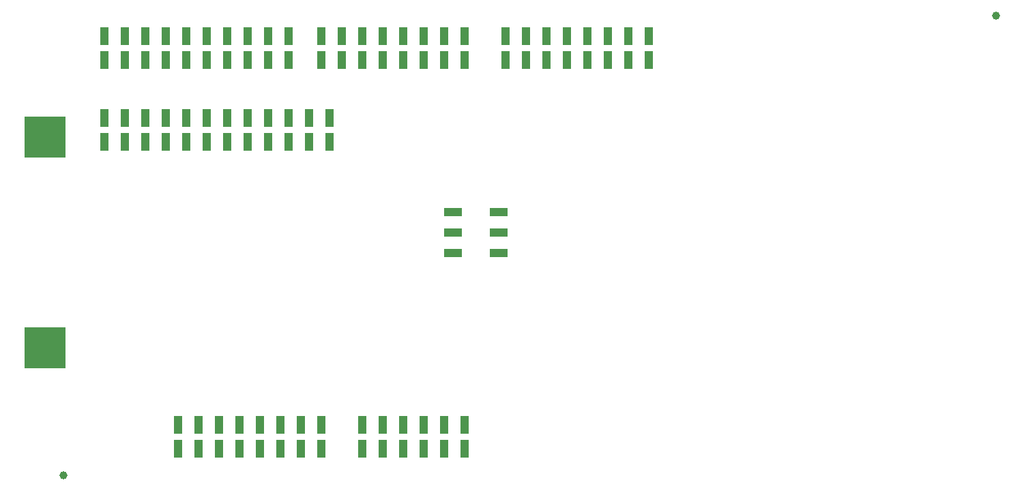
<source format=gbp>
G04*
G04 #@! TF.GenerationSoftware,Altium Limited,Altium Designer,18.0.11 (651)*
G04*
G04 Layer_Color=128*
%FSLAX24Y24*%
%MOIN*%
G70*
G01*
G75*
%ADD68C,0.0394*%
%ADD83R,0.0402X0.0862*%
%ADD227R,0.2000X0.2000*%
%ADD229R,0.0874X0.0402*%
D68*
X50973Y23600D02*
D03*
X5411Y1120D02*
D03*
D83*
X15400Y17423D02*
D03*
Y18577D02*
D03*
X16400Y17423D02*
D03*
Y18577D02*
D03*
X7400D02*
D03*
Y17423D02*
D03*
X11400D02*
D03*
Y18577D02*
D03*
X12400Y17423D02*
D03*
Y18577D02*
D03*
X10400Y17423D02*
D03*
Y18577D02*
D03*
X9400Y17423D02*
D03*
Y18577D02*
D03*
X8400D02*
D03*
Y17423D02*
D03*
X14400Y18577D02*
D03*
Y17423D02*
D03*
X13400Y18577D02*
D03*
Y17423D02*
D03*
X17400Y18577D02*
D03*
Y17423D02*
D03*
X18400Y18577D02*
D03*
Y17423D02*
D03*
X10400Y22577D02*
D03*
Y21423D02*
D03*
X9400Y22577D02*
D03*
Y21423D02*
D03*
X15400Y22577D02*
D03*
Y21423D02*
D03*
X14400D02*
D03*
Y22577D02*
D03*
X13400Y21423D02*
D03*
Y22577D02*
D03*
X11400Y21423D02*
D03*
Y22577D02*
D03*
X12400Y21423D02*
D03*
Y22577D02*
D03*
X16400D02*
D03*
Y21423D02*
D03*
X7400D02*
D03*
Y22577D02*
D03*
X8400Y21423D02*
D03*
Y22577D02*
D03*
X34000Y21423D02*
D03*
Y22577D02*
D03*
X30000D02*
D03*
Y21423D02*
D03*
X29000Y22577D02*
D03*
Y21423D02*
D03*
X31000Y22577D02*
D03*
Y21423D02*
D03*
X32000Y22577D02*
D03*
Y21423D02*
D03*
X33000D02*
D03*
Y22577D02*
D03*
X27000Y21423D02*
D03*
Y22577D02*
D03*
X28000Y21423D02*
D03*
Y22577D02*
D03*
X25000Y21423D02*
D03*
Y22577D02*
D03*
X21000D02*
D03*
Y21423D02*
D03*
X20000Y22577D02*
D03*
Y21423D02*
D03*
X22000Y22577D02*
D03*
Y21423D02*
D03*
X23000Y22577D02*
D03*
Y21423D02*
D03*
X24000D02*
D03*
Y22577D02*
D03*
X18000Y21423D02*
D03*
Y22577D02*
D03*
X19000Y21423D02*
D03*
Y22577D02*
D03*
X11000Y3577D02*
D03*
Y2423D02*
D03*
X15000D02*
D03*
Y3577D02*
D03*
X16000Y2423D02*
D03*
Y3577D02*
D03*
X14000Y2423D02*
D03*
Y3577D02*
D03*
X13000Y2423D02*
D03*
Y3577D02*
D03*
X12000D02*
D03*
Y2423D02*
D03*
X18000Y3577D02*
D03*
Y2423D02*
D03*
X17000Y3577D02*
D03*
Y2423D02*
D03*
X21000D02*
D03*
Y3577D02*
D03*
X22000D02*
D03*
Y2423D02*
D03*
X23000Y3577D02*
D03*
Y2423D02*
D03*
X25000Y3577D02*
D03*
Y2423D02*
D03*
X24000Y3577D02*
D03*
Y2423D02*
D03*
X20000D02*
D03*
Y3577D02*
D03*
D227*
X4500Y7344D02*
D03*
Y17644D02*
D03*
D229*
X24438Y12000D02*
D03*
X26662D02*
D03*
X24438Y13000D02*
D03*
Y14000D02*
D03*
X26662Y13000D02*
D03*
Y14000D02*
D03*
M02*

</source>
